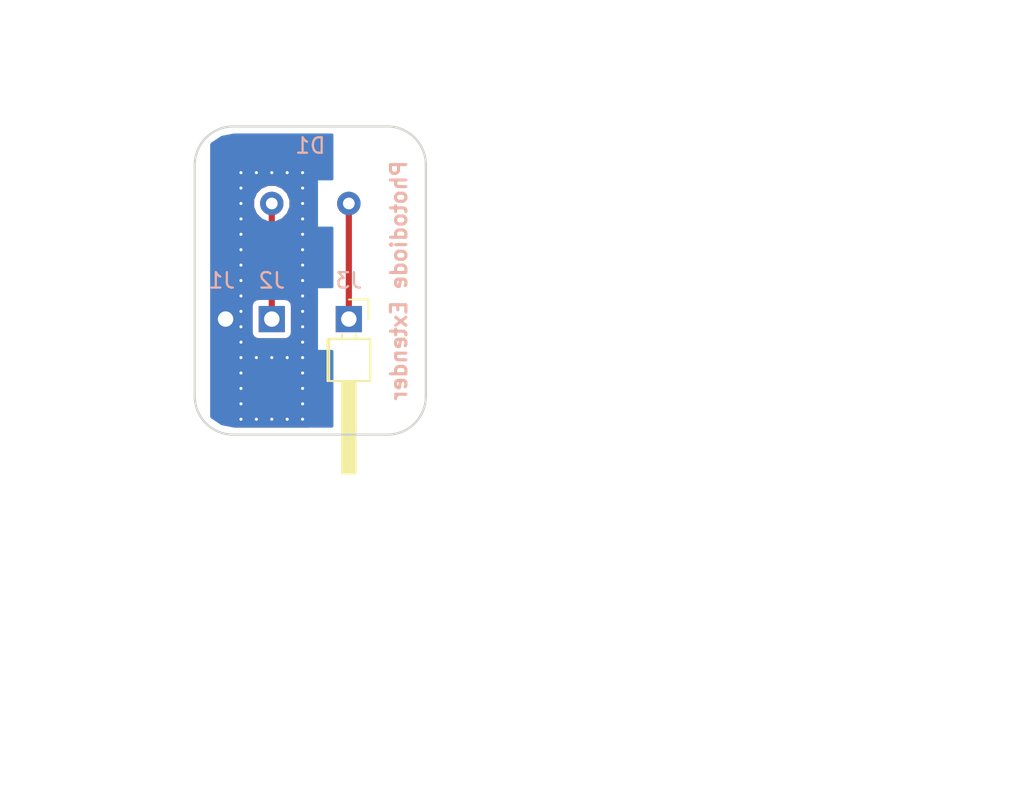
<source format=kicad_pcb>
(kicad_pcb (version 4) (host pcbnew 4.0.6-e0-6349~52~ubuntu17.04.1)

  (general
    (links 45)
    (no_connects 0)
    (area 107.150001 71.8 173.214288 123.175)
    (thickness 1.6)
    (drawings 16)
    (tracks 2)
    (zones 0)
    (modules 47)
    (nets 4)
  )

  (page A4)
  (layers
    (0 F.Cu signal)
    (31 B.Cu signal)
    (32 B.Adhes user)
    (33 F.Adhes user)
    (34 B.Paste user)
    (35 F.Paste user)
    (36 B.SilkS user)
    (37 F.SilkS user)
    (38 B.Mask user)
    (39 F.Mask user)
    (40 Dwgs.User user)
    (41 Cmts.User user)
    (42 Eco1.User user)
    (43 Eco2.User user)
    (44 Edge.Cuts user)
    (45 Margin user)
    (46 B.CrtYd user)
    (47 F.CrtYd user)
    (48 B.Fab user)
    (49 F.Fab user hide)
  )

  (setup
    (last_trace_width 0.25)
    (user_trace_width 0.4)
    (trace_clearance 0.2)
    (zone_clearance 0.381)
    (zone_45_only no)
    (trace_min 0.2)
    (segment_width 0.2)
    (edge_width 0.15)
    (via_size 0.6)
    (via_drill 0.4)
    (via_min_size 0.4)
    (via_min_drill 0.3)
    (uvia_size 0.3)
    (uvia_drill 0.1)
    (uvias_allowed no)
    (uvia_min_size 0.2)
    (uvia_min_drill 0.1)
    (pcb_text_width 0.3)
    (pcb_text_size 1.5 1.5)
    (mod_edge_width 0.15)
    (mod_text_size 1 1)
    (mod_text_width 0.15)
    (pad_size 1.7 1.7)
    (pad_drill 1)
    (pad_to_mask_clearance 0.2)
    (aux_axis_origin 0 0)
    (visible_elements FFFFFF1F)
    (pcbplotparams
      (layerselection 0x010f0_80000001)
      (usegerberextensions false)
      (excludeedgelayer true)
      (linewidth 0.100000)
      (plotframeref false)
      (viasonmask false)
      (mode 1)
      (useauxorigin false)
      (hpglpennumber 1)
      (hpglpenspeed 20)
      (hpglpendiameter 15)
      (hpglpenoverlay 2)
      (psnegative false)
      (psa4output false)
      (plotreference true)
      (plotvalue true)
      (plotinvisibletext false)
      (padsonsilk false)
      (subtractmaskfromsilk false)
      (outputformat 1)
      (mirror false)
      (drillshape 0)
      (scaleselection 1)
      (outputdirectory output/gerber/))
  )

  (net 0 "")
  (net 1 "Net-(D1-Pad1)")
  (net 2 "Net-(D1-Pad2)")
  (net 3 GNDA)

  (net_class Default "This is the default net class."
    (clearance 0.2)
    (trace_width 0.25)
    (via_dia 0.6)
    (via_drill 0.4)
    (uvia_dia 0.3)
    (uvia_drill 0.1)
    (add_net GNDA)
    (add_net "Net-(D1-Pad1)")
    (add_net "Net-(D1-Pad2)")
  )

  (module Vias:Stitchging-Via-0.2-0.4 (layer F.Cu) (tedit 595A3C58) (tstamp 595CF43F)
    (at 126 99)
    (fp_text reference REF** (at 0 1.27) (layer F.SilkS) hide
      (effects (font (size 1 1) (thickness 0.15)))
    )
    (fp_text value Stitching-Via-0.2-0.4 (at 0 -1.27) (layer F.Fab) hide
      (effects (font (size 1 1) (thickness 0.15)))
    )
    (pad ~ thru_hole circle (at 0 0) (size 0.4 0.4) (drill 0.2) (layers *.Cu)
      (net 3 GNDA) (zone_connect 2))
  )

  (module Vias:Stitchging-Via-0.2-0.4 (layer F.Cu) (tedit 595A3C58) (tstamp 595CF43B)
    (at 125 99)
    (fp_text reference REF** (at 0 1.27) (layer F.SilkS) hide
      (effects (font (size 1 1) (thickness 0.15)))
    )
    (fp_text value Stitching-Via-0.2-0.4 (at 0 -1.27) (layer F.Fab) hide
      (effects (font (size 1 1) (thickness 0.15)))
    )
    (pad ~ thru_hole circle (at 0 0) (size 0.4 0.4) (drill 0.2) (layers *.Cu)
      (net 3 GNDA) (zone_connect 2))
  )

  (module Vias:Stitchging-Via-0.2-0.4 (layer F.Cu) (tedit 595A3C58) (tstamp 595CF437)
    (at 124 99)
    (fp_text reference REF** (at 0 1.27) (layer F.SilkS) hide
      (effects (font (size 1 1) (thickness 0.15)))
    )
    (fp_text value Stitching-Via-0.2-0.4 (at 0 -1.27) (layer F.Fab) hide
      (effects (font (size 1 1) (thickness 0.15)))
    )
    (pad ~ thru_hole circle (at 0 0) (size 0.4 0.4) (drill 0.2) (layers *.Cu)
      (net 3 GNDA) (zone_connect 2))
  )

  (module Vias:Stitchging-Via-0.2-0.4 (layer F.Cu) (tedit 595A3C58) (tstamp 595FB920)
    (at 127 96)
    (fp_text reference REF** (at 0 1.27) (layer F.SilkS) hide
      (effects (font (size 1 1) (thickness 0.15)))
    )
    (fp_text value Stitching-Via-0.2-0.4 (at 0 -1.27) (layer F.Fab) hide
      (effects (font (size 1 1) (thickness 0.15)))
    )
    (pad ~ thru_hole circle (at 0 0) (size 0.4 0.4) (drill 0.2) (layers *.Cu)
      (net 3 GNDA) (zone_connect 2))
  )

  (module Vias:Stitchging-Via-0.2-0.4 (layer F.Cu) (tedit 595A3C58) (tstamp 595FB91B)
    (at 127 97)
    (fp_text reference REF** (at 0 1.27) (layer F.SilkS) hide
      (effects (font (size 1 1) (thickness 0.15)))
    )
    (fp_text value Stitching-Via-0.2-0.4 (at 0 -1.27) (layer F.Fab) hide
      (effects (font (size 1 1) (thickness 0.15)))
    )
    (pad ~ thru_hole circle (at 0 0) (size 0.4 0.4) (drill 0.2) (layers *.Cu)
      (net 3 GNDA) (zone_connect 2))
  )

  (module Vias:Stitchging-Via-0.2-0.4 (layer F.Cu) (tedit 595A3C58) (tstamp 595FB916)
    (at 127 98)
    (fp_text reference REF** (at 0 1.27) (layer F.SilkS) hide
      (effects (font (size 1 1) (thickness 0.15)))
    )
    (fp_text value Stitching-Via-0.2-0.4 (at 0 -1.27) (layer F.Fab) hide
      (effects (font (size 1 1) (thickness 0.15)))
    )
    (pad ~ thru_hole circle (at 0 0) (size 0.4 0.4) (drill 0.2) (layers *.Cu)
      (net 3 GNDA) (zone_connect 2))
  )

  (module Vias:Stitchging-Via-0.2-0.4 (layer F.Cu) (tedit 595A3C58) (tstamp 595FB742)
    (at 127 99)
    (fp_text reference REF** (at 0 1.27) (layer F.SilkS) hide
      (effects (font (size 1 1) (thickness 0.15)))
    )
    (fp_text value Stitching-Via-0.2-0.4 (at 0 -1.27) (layer F.Fab) hide
      (effects (font (size 1 1) (thickness 0.15)))
    )
    (pad ~ thru_hole circle (at 0 0) (size 0.4 0.4) (drill 0.2) (layers *.Cu)
      (net 3 GNDA) (zone_connect 2))
  )

  (module Vias:Stitchging-Via-0.2-0.4 (layer F.Cu) (tedit 595A3C58) (tstamp 595FB97F)
    (at 123 85)
    (fp_text reference REF** (at 0 1.27) (layer F.SilkS) hide
      (effects (font (size 1 1) (thickness 0.15)))
    )
    (fp_text value Stitching-Via-0.2-0.4 (at 0 -1.27) (layer F.Fab) hide
      (effects (font (size 1 1) (thickness 0.15)))
    )
    (pad ~ thru_hole circle (at 0 0) (size 0.4 0.4) (drill 0.2) (layers *.Cu)
      (net 3 GNDA) (zone_connect 2))
  )

  (module Vias:Stitchging-Via-0.2-0.4 (layer F.Cu) (tedit 595A3C58) (tstamp 595FB97A)
    (at 123 84)
    (fp_text reference REF** (at 0 1.27) (layer F.SilkS) hide
      (effects (font (size 1 1) (thickness 0.15)))
    )
    (fp_text value Stitching-Via-0.2-0.4 (at 0 -1.27) (layer F.Fab) hide
      (effects (font (size 1 1) (thickness 0.15)))
    )
    (pad ~ thru_hole circle (at 0 0) (size 0.4 0.4) (drill 0.2) (layers *.Cu)
      (net 3 GNDA) (zone_connect 2))
  )

  (module Vias:Stitchging-Via-0.2-0.4 (layer F.Cu) (tedit 595A3C58) (tstamp 595FB975)
    (at 123 83)
    (fp_text reference REF** (at 0 1.27) (layer F.SilkS) hide
      (effects (font (size 1 1) (thickness 0.15)))
    )
    (fp_text value Stitching-Via-0.2-0.4 (at 0 -1.27) (layer F.Fab) hide
      (effects (font (size 1 1) (thickness 0.15)))
    )
    (pad ~ thru_hole circle (at 0 0) (size 0.4 0.4) (drill 0.2) (layers *.Cu)
      (net 3 GNDA) (zone_connect 2))
  )

  (module Vias:Stitchging-Via-0.2-0.4 (layer F.Cu) (tedit 595A3C58) (tstamp 595FB970)
    (at 124 83)
    (fp_text reference REF** (at 0 1.27) (layer F.SilkS) hide
      (effects (font (size 1 1) (thickness 0.15)))
    )
    (fp_text value Stitching-Via-0.2-0.4 (at 0 -1.27) (layer F.Fab) hide
      (effects (font (size 1 1) (thickness 0.15)))
    )
    (pad ~ thru_hole circle (at 0 0) (size 0.4 0.4) (drill 0.2) (layers *.Cu)
      (net 3 GNDA) (zone_connect 2))
  )

  (module Vias:Stitchging-Via-0.2-0.4 (layer F.Cu) (tedit 595A3C58) (tstamp 595FB96B)
    (at 125 83)
    (fp_text reference REF** (at 0 1.27) (layer F.SilkS) hide
      (effects (font (size 1 1) (thickness 0.15)))
    )
    (fp_text value Stitching-Via-0.2-0.4 (at 0 -1.27) (layer F.Fab) hide
      (effects (font (size 1 1) (thickness 0.15)))
    )
    (pad ~ thru_hole circle (at 0 0) (size 0.4 0.4) (drill 0.2) (layers *.Cu)
      (net 3 GNDA) (zone_connect 2))
  )

  (module Vias:Stitchging-Via-0.2-0.4 (layer F.Cu) (tedit 595A3C58) (tstamp 595FB966)
    (at 126 83)
    (fp_text reference REF** (at 0 1.27) (layer F.SilkS) hide
      (effects (font (size 1 1) (thickness 0.15)))
    )
    (fp_text value Stitching-Via-0.2-0.4 (at 0 -1.27) (layer F.Fab) hide
      (effects (font (size 1 1) (thickness 0.15)))
    )
    (pad ~ thru_hole circle (at 0 0) (size 0.4 0.4) (drill 0.2) (layers *.Cu)
      (net 3 GNDA) (zone_connect 2))
  )

  (module Vias:Stitchging-Via-0.2-0.4 (layer F.Cu) (tedit 595A3C58) (tstamp 595FB961)
    (at 127 83)
    (fp_text reference REF** (at 0 1.27) (layer F.SilkS) hide
      (effects (font (size 1 1) (thickness 0.15)))
    )
    (fp_text value Stitching-Via-0.2-0.4 (at 0 -1.27) (layer F.Fab) hide
      (effects (font (size 1 1) (thickness 0.15)))
    )
    (pad ~ thru_hole circle (at 0 0) (size 0.4 0.4) (drill 0.2) (layers *.Cu)
      (net 3 GNDA) (zone_connect 2))
  )

  (module Vias:Stitchging-Via-0.2-0.4 (layer F.Cu) (tedit 595A3C58) (tstamp 595FB95C)
    (at 127 84)
    (fp_text reference REF** (at 0 1.27) (layer F.SilkS) hide
      (effects (font (size 1 1) (thickness 0.15)))
    )
    (fp_text value Stitching-Via-0.2-0.4 (at 0 -1.27) (layer F.Fab) hide
      (effects (font (size 1 1) (thickness 0.15)))
    )
    (pad ~ thru_hole circle (at 0 0) (size 0.4 0.4) (drill 0.2) (layers *.Cu)
      (net 3 GNDA) (zone_connect 2))
  )

  (module Vias:Stitchging-Via-0.2-0.4 (layer F.Cu) (tedit 595A3C58) (tstamp 595FB957)
    (at 127 85)
    (fp_text reference REF** (at 0 1.27) (layer F.SilkS) hide
      (effects (font (size 1 1) (thickness 0.15)))
    )
    (fp_text value Stitching-Via-0.2-0.4 (at 0 -1.27) (layer F.Fab) hide
      (effects (font (size 1 1) (thickness 0.15)))
    )
    (pad ~ thru_hole circle (at 0 0) (size 0.4 0.4) (drill 0.2) (layers *.Cu)
      (net 3 GNDA) (zone_connect 2))
  )

  (module Vias:Stitchging-Via-0.2-0.4 (layer F.Cu) (tedit 595A3C58) (tstamp 595FB952)
    (at 127 86)
    (fp_text reference REF** (at 0 1.27) (layer F.SilkS) hide
      (effects (font (size 1 1) (thickness 0.15)))
    )
    (fp_text value Stitching-Via-0.2-0.4 (at 0 -1.27) (layer F.Fab) hide
      (effects (font (size 1 1) (thickness 0.15)))
    )
    (pad ~ thru_hole circle (at 0 0) (size 0.4 0.4) (drill 0.2) (layers *.Cu)
      (net 3 GNDA) (zone_connect 2))
  )

  (module Vias:Stitchging-Via-0.2-0.4 (layer F.Cu) (tedit 595A3C58) (tstamp 595FB94D)
    (at 127 87)
    (fp_text reference REF** (at 0 1.27) (layer F.SilkS) hide
      (effects (font (size 1 1) (thickness 0.15)))
    )
    (fp_text value Stitching-Via-0.2-0.4 (at 0 -1.27) (layer F.Fab) hide
      (effects (font (size 1 1) (thickness 0.15)))
    )
    (pad ~ thru_hole circle (at 0 0) (size 0.4 0.4) (drill 0.2) (layers *.Cu)
      (net 3 GNDA) (zone_connect 2))
  )

  (module Vias:Stitchging-Via-0.2-0.4 (layer F.Cu) (tedit 595A3C58) (tstamp 595FB948)
    (at 127 88)
    (fp_text reference REF** (at 0 1.27) (layer F.SilkS) hide
      (effects (font (size 1 1) (thickness 0.15)))
    )
    (fp_text value Stitching-Via-0.2-0.4 (at 0 -1.27) (layer F.Fab) hide
      (effects (font (size 1 1) (thickness 0.15)))
    )
    (pad ~ thru_hole circle (at 0 0) (size 0.4 0.4) (drill 0.2) (layers *.Cu)
      (net 3 GNDA) (zone_connect 2))
  )

  (module Vias:Stitchging-Via-0.2-0.4 (layer F.Cu) (tedit 595A3C58) (tstamp 595FB943)
    (at 127 89)
    (fp_text reference REF** (at 0 1.27) (layer F.SilkS) hide
      (effects (font (size 1 1) (thickness 0.15)))
    )
    (fp_text value Stitching-Via-0.2-0.4 (at 0 -1.27) (layer F.Fab) hide
      (effects (font (size 1 1) (thickness 0.15)))
    )
    (pad ~ thru_hole circle (at 0 0) (size 0.4 0.4) (drill 0.2) (layers *.Cu)
      (net 3 GNDA) (zone_connect 2))
  )

  (module Vias:Stitchging-Via-0.2-0.4 (layer F.Cu) (tedit 595A3C58) (tstamp 595FB93E)
    (at 127 90)
    (fp_text reference REF** (at 0 1.27) (layer F.SilkS) hide
      (effects (font (size 1 1) (thickness 0.15)))
    )
    (fp_text value Stitching-Via-0.2-0.4 (at 0 -1.27) (layer F.Fab) hide
      (effects (font (size 1 1) (thickness 0.15)))
    )
    (pad ~ thru_hole circle (at 0 0) (size 0.4 0.4) (drill 0.2) (layers *.Cu)
      (net 3 GNDA) (zone_connect 2))
  )

  (module Vias:Stitchging-Via-0.2-0.4 (layer F.Cu) (tedit 595A3C58) (tstamp 595FB939)
    (at 127 91)
    (fp_text reference REF** (at 0 1.27) (layer F.SilkS) hide
      (effects (font (size 1 1) (thickness 0.15)))
    )
    (fp_text value Stitching-Via-0.2-0.4 (at 0 -1.27) (layer F.Fab) hide
      (effects (font (size 1 1) (thickness 0.15)))
    )
    (pad ~ thru_hole circle (at 0 0) (size 0.4 0.4) (drill 0.2) (layers *.Cu)
      (net 3 GNDA) (zone_connect 2))
  )

  (module Vias:Stitchging-Via-0.2-0.4 (layer F.Cu) (tedit 595A3C58) (tstamp 595FB934)
    (at 127 92)
    (fp_text reference REF** (at 0 1.27) (layer F.SilkS) hide
      (effects (font (size 1 1) (thickness 0.15)))
    )
    (fp_text value Stitching-Via-0.2-0.4 (at 0 -1.27) (layer F.Fab) hide
      (effects (font (size 1 1) (thickness 0.15)))
    )
    (pad ~ thru_hole circle (at 0 0) (size 0.4 0.4) (drill 0.2) (layers *.Cu)
      (net 3 GNDA) (zone_connect 2))
  )

  (module Vias:Stitchging-Via-0.2-0.4 (layer F.Cu) (tedit 595A3C58) (tstamp 595FB92F)
    (at 127 93)
    (fp_text reference REF** (at 0 1.27) (layer F.SilkS) hide
      (effects (font (size 1 1) (thickness 0.15)))
    )
    (fp_text value Stitching-Via-0.2-0.4 (at 0 -1.27) (layer F.Fab) hide
      (effects (font (size 1 1) (thickness 0.15)))
    )
    (pad ~ thru_hole circle (at 0 0) (size 0.4 0.4) (drill 0.2) (layers *.Cu)
      (net 3 GNDA) (zone_connect 2))
  )

  (module Vias:Stitchging-Via-0.2-0.4 (layer F.Cu) (tedit 595A3C58) (tstamp 595FB92A)
    (at 127 94)
    (fp_text reference REF** (at 0 1.27) (layer F.SilkS) hide
      (effects (font (size 1 1) (thickness 0.15)))
    )
    (fp_text value Stitching-Via-0.2-0.4 (at 0 -1.27) (layer F.Fab) hide
      (effects (font (size 1 1) (thickness 0.15)))
    )
    (pad ~ thru_hole circle (at 0 0) (size 0.4 0.4) (drill 0.2) (layers *.Cu)
      (net 3 GNDA) (zone_connect 2))
  )

  (module Vias:Stitchging-Via-0.2-0.4 (layer F.Cu) (tedit 595A3C58) (tstamp 595FB925)
    (at 127 95)
    (fp_text reference REF** (at 0 1.27) (layer F.SilkS) hide
      (effects (font (size 1 1) (thickness 0.15)))
    )
    (fp_text value Stitching-Via-0.2-0.4 (at 0 -1.27) (layer F.Fab) hide
      (effects (font (size 1 1) (thickness 0.15)))
    )
    (pad ~ thru_hole circle (at 0 0) (size 0.4 0.4) (drill 0.2) (layers *.Cu)
      (net 3 GNDA) (zone_connect 2))
  )

  (module Vias:Stitchging-Via-0.2-0.4 (layer F.Cu) (tedit 595A3C58) (tstamp 595FB90F)
    (at 123 86)
    (fp_text reference REF** (at 0 1.27) (layer F.SilkS) hide
      (effects (font (size 1 1) (thickness 0.15)))
    )
    (fp_text value Stitching-Via-0.2-0.4 (at 0 -1.27) (layer F.Fab) hide
      (effects (font (size 1 1) (thickness 0.15)))
    )
    (pad ~ thru_hole circle (at 0 0) (size 0.4 0.4) (drill 0.2) (layers *.Cu)
      (net 3 GNDA) (zone_connect 2))
  )

  (module Vias:Stitchging-Via-0.2-0.4 (layer F.Cu) (tedit 595A3C58) (tstamp 595FB90A)
    (at 123 87)
    (fp_text reference REF** (at 0 1.27) (layer F.SilkS) hide
      (effects (font (size 1 1) (thickness 0.15)))
    )
    (fp_text value Stitching-Via-0.2-0.4 (at 0 -1.27) (layer F.Fab) hide
      (effects (font (size 1 1) (thickness 0.15)))
    )
    (pad ~ thru_hole circle (at 0 0) (size 0.4 0.4) (drill 0.2) (layers *.Cu)
      (net 3 GNDA) (zone_connect 2))
  )

  (module Vias:Stitchging-Via-0.2-0.4 (layer F.Cu) (tedit 595A3C58) (tstamp 595FB900)
    (at 123 88)
    (fp_text reference REF** (at 0 1.27) (layer F.SilkS) hide
      (effects (font (size 1 1) (thickness 0.15)))
    )
    (fp_text value Stitching-Via-0.2-0.4 (at 0 -1.27) (layer F.Fab) hide
      (effects (font (size 1 1) (thickness 0.15)))
    )
    (pad ~ thru_hole circle (at 0 0) (size 0.4 0.4) (drill 0.2) (layers *.Cu)
      (net 3 GNDA) (zone_connect 2))
  )

  (module Vias:Stitchging-Via-0.2-0.4 (layer F.Cu) (tedit 595A3C58) (tstamp 595FB8FA)
    (at 123 89)
    (fp_text reference REF** (at 0 1.27) (layer F.SilkS) hide
      (effects (font (size 1 1) (thickness 0.15)))
    )
    (fp_text value Stitching-Via-0.2-0.4 (at 0 -1.27) (layer F.Fab) hide
      (effects (font (size 1 1) (thickness 0.15)))
    )
    (pad ~ thru_hole circle (at 0 0) (size 0.4 0.4) (drill 0.2) (layers *.Cu)
      (net 3 GNDA) (zone_connect 2))
  )

  (module Vias:Stitchging-Via-0.2-0.4 (layer F.Cu) (tedit 595A3C58) (tstamp 595FB8F3)
    (at 123 90)
    (fp_text reference REF** (at 0 1.27) (layer F.SilkS) hide
      (effects (font (size 1 1) (thickness 0.15)))
    )
    (fp_text value Stitching-Via-0.2-0.4 (at 0 -1.27) (layer F.Fab) hide
      (effects (font (size 1 1) (thickness 0.15)))
    )
    (pad ~ thru_hole circle (at 0 0) (size 0.4 0.4) (drill 0.2) (layers *.Cu)
      (net 3 GNDA) (zone_connect 2))
  )

  (module Vias:Stitchging-Via-0.2-0.4 (layer F.Cu) (tedit 595A3C58) (tstamp 595FB8ED)
    (at 123 91)
    (fp_text reference REF** (at 0 1.27) (layer F.SilkS) hide
      (effects (font (size 1 1) (thickness 0.15)))
    )
    (fp_text value Stitching-Via-0.2-0.4 (at 0 -1.27) (layer F.Fab) hide
      (effects (font (size 1 1) (thickness 0.15)))
    )
    (pad ~ thru_hole circle (at 0 0) (size 0.4 0.4) (drill 0.2) (layers *.Cu)
      (net 3 GNDA) (zone_connect 2))
  )

  (module Vias:Stitchging-Via-0.2-0.4 (layer F.Cu) (tedit 595A3C58) (tstamp 595FB8E8)
    (at 123 92)
    (fp_text reference REF** (at 0 1.27) (layer F.SilkS) hide
      (effects (font (size 1 1) (thickness 0.15)))
    )
    (fp_text value Stitching-Via-0.2-0.4 (at 0 -1.27) (layer F.Fab) hide
      (effects (font (size 1 1) (thickness 0.15)))
    )
    (pad ~ thru_hole circle (at 0 0) (size 0.4 0.4) (drill 0.2) (layers *.Cu)
      (net 3 GNDA) (zone_connect 2))
  )

  (module Vias:Stitchging-Via-0.2-0.4 (layer F.Cu) (tedit 595A3C58) (tstamp 595FB8E3)
    (at 123 93)
    (fp_text reference REF** (at 0 1.27) (layer F.SilkS) hide
      (effects (font (size 1 1) (thickness 0.15)))
    )
    (fp_text value Stitching-Via-0.2-0.4 (at 0 -1.27) (layer F.Fab) hide
      (effects (font (size 1 1) (thickness 0.15)))
    )
    (pad ~ thru_hole circle (at 0 0) (size 0.4 0.4) (drill 0.2) (layers *.Cu)
      (net 3 GNDA) (zone_connect 2))
  )

  (module Vias:Stitchging-Via-0.2-0.4 (layer F.Cu) (tedit 595A3C58) (tstamp 595FB8DE)
    (at 123 94)
    (fp_text reference REF** (at 0 1.27) (layer F.SilkS) hide
      (effects (font (size 1 1) (thickness 0.15)))
    )
    (fp_text value Stitching-Via-0.2-0.4 (at 0 -1.27) (layer F.Fab) hide
      (effects (font (size 1 1) (thickness 0.15)))
    )
    (pad ~ thru_hole circle (at 0 0) (size 0.4 0.4) (drill 0.2) (layers *.Cu)
      (net 3 GNDA) (zone_connect 2))
  )

  (module Vias:Stitchging-Via-0.2-0.4 (layer F.Cu) (tedit 595A3C58) (tstamp 595FB8D9)
    (at 123 95)
    (fp_text reference REF** (at 0 1.27) (layer F.SilkS) hide
      (effects (font (size 1 1) (thickness 0.15)))
    )
    (fp_text value Stitching-Via-0.2-0.4 (at 0 -1.27) (layer F.Fab) hide
      (effects (font (size 1 1) (thickness 0.15)))
    )
    (pad ~ thru_hole circle (at 0 0) (size 0.4 0.4) (drill 0.2) (layers *.Cu)
      (net 3 GNDA) (zone_connect 2))
  )

  (module Vias:Stitchging-Via-0.2-0.4 (layer F.Cu) (tedit 595A3C58) (tstamp 595FB8D4)
    (at 123 96)
    (fp_text reference REF** (at 0 1.27) (layer F.SilkS) hide
      (effects (font (size 1 1) (thickness 0.15)))
    )
    (fp_text value Stitching-Via-0.2-0.4 (at 0 -1.27) (layer F.Fab) hide
      (effects (font (size 1 1) (thickness 0.15)))
    )
    (pad ~ thru_hole circle (at 0 0) (size 0.4 0.4) (drill 0.2) (layers *.Cu)
      (net 3 GNDA) (zone_connect 2))
  )

  (module Vias:Stitchging-Via-0.2-0.4 (layer F.Cu) (tedit 595A3C58) (tstamp 595FB8CF)
    (at 123 97)
    (fp_text reference REF** (at 0 1.27) (layer F.SilkS) hide
      (effects (font (size 1 1) (thickness 0.15)))
    )
    (fp_text value Stitching-Via-0.2-0.4 (at 0 -1.27) (layer F.Fab) hide
      (effects (font (size 1 1) (thickness 0.15)))
    )
    (pad ~ thru_hole circle (at 0 0) (size 0.4 0.4) (drill 0.2) (layers *.Cu)
      (net 3 GNDA) (zone_connect 2))
  )

  (module Vias:Stitchging-Via-0.2-0.4 (layer F.Cu) (tedit 595A3C58) (tstamp 595FB8C9)
    (at 123 98)
    (fp_text reference REF** (at 0 1.27) (layer F.SilkS) hide
      (effects (font (size 1 1) (thickness 0.15)))
    )
    (fp_text value Stitching-Via-0.2-0.4 (at 0 -1.27) (layer F.Fab) hide
      (effects (font (size 1 1) (thickness 0.15)))
    )
    (pad ~ thru_hole circle (at 0 0) (size 0.4 0.4) (drill 0.2) (layers *.Cu)
      (net 3 GNDA) (zone_connect 2))
  )

  (module Vias:Stitchging-Via-0.2-0.4 (layer F.Cu) (tedit 595A3C58) (tstamp 595FB8C4)
    (at 123 99)
    (fp_text reference REF** (at 0 1.27) (layer F.SilkS) hide
      (effects (font (size 1 1) (thickness 0.15)))
    )
    (fp_text value Stitching-Via-0.2-0.4 (at 0 -1.27) (layer F.Fab) hide
      (effects (font (size 1 1) (thickness 0.15)))
    )
    (pad ~ thru_hole circle (at 0 0) (size 0.4 0.4) (drill 0.2) (layers *.Cu)
      (net 3 GNDA) (zone_connect 2))
  )

  (module Vias:Stitchging-Via-0.2-0.4 (layer F.Cu) (tedit 595A3C58) (tstamp 595FB8BF)
    (at 124 95)
    (fp_text reference REF** (at 0 1.27) (layer F.SilkS) hide
      (effects (font (size 1 1) (thickness 0.15)))
    )
    (fp_text value Stitching-Via-0.2-0.4 (at 0 -1.27) (layer F.Fab) hide
      (effects (font (size 1 1) (thickness 0.15)))
    )
    (pad ~ thru_hole circle (at 0 0) (size 0.4 0.4) (drill 0.2) (layers *.Cu)
      (net 3 GNDA) (zone_connect 2))
  )

  (module Vias:Stitchging-Via-0.2-0.4 (layer F.Cu) (tedit 595A3C58) (tstamp 595FB8BA)
    (at 125 95)
    (fp_text reference REF** (at 0 1.27) (layer F.SilkS) hide
      (effects (font (size 1 1) (thickness 0.15)))
    )
    (fp_text value Stitching-Via-0.2-0.4 (at 0 -1.27) (layer F.Fab) hide
      (effects (font (size 1 1) (thickness 0.15)))
    )
    (pad ~ thru_hole circle (at 0 0) (size 0.4 0.4) (drill 0.2) (layers *.Cu)
      (net 3 GNDA) (zone_connect 2))
  )

  (module Vias:Stitchging-Via-0.2-0.4 (layer F.Cu) (tedit 595A3C58) (tstamp 595FB75A)
    (at 126 95)
    (fp_text reference REF** (at 0 1.27) (layer F.SilkS) hide
      (effects (font (size 1 1) (thickness 0.15)))
    )
    (fp_text value Stitching-Via-0.2-0.4 (at 0 -1.27) (layer F.Fab) hide
      (effects (font (size 1 1) (thickness 0.15)))
    )
    (pad ~ thru_hole circle (at 0 0) (size 0.4 0.4) (drill 0.2) (layers *.Cu)
      (net 3 GNDA) (zone_connect 2))
  )

  (module Pin_Headers:Pin_Header_Angled_1x01_Pitch2.54mm (layer F.Cu) (tedit 595CD1C9) (tstamp 595FB4D2)
    (at 130 92.5 270)
    (descr "Through hole angled pin header, 1x01, 2.54mm pitch, 6mm pin length, single row")
    (tags "Through hole angled pin header THT 1x01 2.54mm single row")
    (path /595A4B36)
    (fp_text reference J3 (at -2.5 0 360) (layer B.SilkS)
      (effects (font (size 1 1) (thickness 0.15)) (justify mirror))
    )
    (fp_text value CONN_01X01 (at 4.315 2.27 270) (layer F.Fab)
      (effects (font (size 1 1) (thickness 0.15)))
    )
    (fp_line (start 1.4 -1.27) (end 1.4 1.27) (layer F.Fab) (width 0.1))
    (fp_line (start 1.4 1.27) (end 3.9 1.27) (layer F.Fab) (width 0.1))
    (fp_line (start 3.9 1.27) (end 3.9 -1.27) (layer F.Fab) (width 0.1))
    (fp_line (start 3.9 -1.27) (end 1.4 -1.27) (layer F.Fab) (width 0.1))
    (fp_line (start 0 -0.32) (end 0 0.32) (layer F.Fab) (width 0.1))
    (fp_line (start 0 0.32) (end 9.9 0.32) (layer F.Fab) (width 0.1))
    (fp_line (start 9.9 0.32) (end 9.9 -0.32) (layer F.Fab) (width 0.1))
    (fp_line (start 9.9 -0.32) (end 0 -0.32) (layer F.Fab) (width 0.1))
    (fp_line (start 1.28 -1.39) (end 1.28 1.39) (layer F.SilkS) (width 0.12))
    (fp_line (start 1.28 1.39) (end 4.02 1.39) (layer F.SilkS) (width 0.12))
    (fp_line (start 4.02 1.39) (end 4.02 -1.39) (layer F.SilkS) (width 0.12))
    (fp_line (start 4.02 -1.39) (end 1.28 -1.39) (layer F.SilkS) (width 0.12))
    (fp_line (start 1.28 -1.39) (end 1.28 1.27) (layer F.SilkS) (width 0.12))
    (fp_line (start 1.28 1.27) (end 4.02 1.27) (layer F.SilkS) (width 0.12))
    (fp_line (start 4.02 1.27) (end 4.02 -1.39) (layer F.SilkS) (width 0.12))
    (fp_line (start 4.02 -1.39) (end 1.28 -1.39) (layer F.SilkS) (width 0.12))
    (fp_line (start 4.02 -0.44) (end 4.02 0.44) (layer F.SilkS) (width 0.12))
    (fp_line (start 4.02 0.44) (end 10.02 0.44) (layer F.SilkS) (width 0.12))
    (fp_line (start 10.02 0.44) (end 10.02 -0.44) (layer F.SilkS) (width 0.12))
    (fp_line (start 10.02 -0.44) (end 4.02 -0.44) (layer F.SilkS) (width 0.12))
    (fp_line (start 0.97 -0.44) (end 1.28 -0.44) (layer F.SilkS) (width 0.12))
    (fp_line (start 0.97 0.44) (end 1.28 0.44) (layer F.SilkS) (width 0.12))
    (fp_line (start 4.02 -0.32) (end 10.02 -0.32) (layer F.SilkS) (width 0.12))
    (fp_line (start 4.02 -0.2) (end 10.02 -0.2) (layer F.SilkS) (width 0.12))
    (fp_line (start 4.02 -0.08) (end 10.02 -0.08) (layer F.SilkS) (width 0.12))
    (fp_line (start 4.02 0.04) (end 10.02 0.04) (layer F.SilkS) (width 0.12))
    (fp_line (start 4.02 0.16) (end 10.02 0.16) (layer F.SilkS) (width 0.12))
    (fp_line (start 4.02 0.28) (end 10.02 0.28) (layer F.SilkS) (width 0.12))
    (fp_line (start 4.02 0.4) (end 10.02 0.4) (layer F.SilkS) (width 0.12))
    (fp_line (start -1.27 0) (end -1.27 -1.27) (layer F.SilkS) (width 0.12))
    (fp_line (start -1.27 -1.27) (end 0 -1.27) (layer F.SilkS) (width 0.12))
    (fp_line (start -1.6 -1.6) (end -1.6 1.6) (layer F.CrtYd) (width 0.05))
    (fp_line (start -1.6 1.6) (end 10.2 1.6) (layer F.CrtYd) (width 0.05))
    (fp_line (start 10.2 1.6) (end 10.2 -1.6) (layer F.CrtYd) (width 0.05))
    (fp_line (start 10.2 -1.6) (end -1.6 -1.6) (layer F.CrtYd) (width 0.05))
    (pad 1 thru_hole rect (at 0 0 270) (size 1.7 1.7) (drill 1) (layers *.Cu *.Mask)
      (net 2 "Net-(D1-Pad2)"))
    (model Pin_Headers.3dshapes/Pin_Header_Angled_1x01_Pitch2.54mm.wrl
      (at (xyz 0 0 0))
      (scale (xyz 1 1 1))
      (rotate (xyz 0 0 90))
    )
  )

  (module Photodiodes:BPW34FA_w_Silks (layer F.Cu) (tedit 595CD1AC) (tstamp 595B59D8)
    (at 127.5 85)
    (path /595A4990)
    (fp_text reference D1 (at 0 -3.75) (layer B.SilkS)
      (effects (font (size 1 1) (thickness 0.15)) (justify mirror))
    )
    (fp_text value D_Photo (at 0 -3.81) (layer F.Fab)
      (effects (font (size 1 1) (thickness 0.15)))
    )
    (pad 1 thru_hole circle (at -2.5 0) (size 1.524 1.524) (drill 0.762) (layers *.Cu *.Mask)
      (net 1 "Net-(D1-Pad1)"))
    (pad 2 thru_hole circle (at 2.5 0) (size 1.524 1.524) (drill 0.762) (layers *.Cu *.Mask)
      (net 2 "Net-(D1-Pad2)"))
  )

  (module WithoutSilkscreen:Pin_Header_Angled_1x01_Pitch2.54mm_W_Silkscreen (layer F.Cu) (tedit 595CD184) (tstamp 595B8012)
    (at 122 92.5 270)
    (descr "Through hole angled pin header, 1x01, 2.54mm pitch, 6mm pin length, single row")
    (tags "Through hole angled pin header THT 1x01 2.54mm single row")
    (path /595A4E84)
    (fp_text reference J1 (at -2.5 0.25 360) (layer B.SilkS)
      (effects (font (size 1 1) (thickness 0.15)) (justify mirror))
    )
    (fp_text value CONN_01X01 (at 4.315 2.27 270) (layer F.Fab)
      (effects (font (size 1 1) (thickness 0.15)))
    )
    (fp_line (start 1.4 -1.27) (end 1.4 1.27) (layer F.Fab) (width 0.1))
    (fp_line (start 1.4 1.27) (end 3.9 1.27) (layer F.Fab) (width 0.1))
    (fp_line (start 3.9 1.27) (end 3.9 -1.27) (layer F.Fab) (width 0.1))
    (fp_line (start 3.9 -1.27) (end 1.4 -1.27) (layer F.Fab) (width 0.1))
    (fp_line (start 0 -0.32) (end 0 0.32) (layer F.Fab) (width 0.1))
    (fp_line (start 0 0.32) (end 9.9 0.32) (layer F.Fab) (width 0.1))
    (fp_line (start 9.9 0.32) (end 9.9 -0.32) (layer F.Fab) (width 0.1))
    (fp_line (start 9.9 -0.32) (end 0 -0.32) (layer F.Fab) (width 0.1))
    (fp_line (start -1.6 -1.6) (end -1.6 1.6) (layer F.CrtYd) (width 0.05))
    (fp_line (start -1.6 1.6) (end 10.2 1.6) (layer F.CrtYd) (width 0.05))
    (fp_line (start 10.2 1.6) (end 10.2 -1.6) (layer F.CrtYd) (width 0.05))
    (fp_line (start 10.2 -1.6) (end -1.6 -1.6) (layer F.CrtYd) (width 0.05))
    (pad 1 thru_hole rect (at 0 0 270) (size 1.7 1.7) (drill 1) (layers *.Cu *.Mask)
      (net 3 GNDA))
    (model Pin_Headers.3dshapes/Pin_Header_Angled_1x01_Pitch2.54mm.wrl
      (at (xyz 0 0 0))
      (scale (xyz 1 1 1))
      (rotate (xyz 0 0 90))
    )
  )

  (module WithoutSilkscreen:Pin_Header_Angled_1x01_Pitch2.54mm_W_Silkscreen (layer F.Cu) (tedit 595CD1BC) (tstamp 595B8023)
    (at 125 92.5 270)
    (descr "Through hole angled pin header, 1x01, 2.54mm pitch, 6mm pin length, single row")
    (tags "Through hole angled pin header THT 1x01 2.54mm single row")
    (path /595A4E1F)
    (fp_text reference J2 (at -2.5 0 360) (layer B.SilkS)
      (effects (font (size 1 1) (thickness 0.15)) (justify mirror))
    )
    (fp_text value CONN_01X01 (at 4.315 2.27 270) (layer F.Fab)
      (effects (font (size 1 1) (thickness 0.15)))
    )
    (fp_line (start 1.4 -1.27) (end 1.4 1.27) (layer F.Fab) (width 0.1))
    (fp_line (start 1.4 1.27) (end 3.9 1.27) (layer F.Fab) (width 0.1))
    (fp_line (start 3.9 1.27) (end 3.9 -1.27) (layer F.Fab) (width 0.1))
    (fp_line (start 3.9 -1.27) (end 1.4 -1.27) (layer F.Fab) (width 0.1))
    (fp_line (start 0 -0.32) (end 0 0.32) (layer F.Fab) (width 0.1))
    (fp_line (start 0 0.32) (end 9.9 0.32) (layer F.Fab) (width 0.1))
    (fp_line (start 9.9 0.32) (end 9.9 -0.32) (layer F.Fab) (width 0.1))
    (fp_line (start 9.9 -0.32) (end 0 -0.32) (layer F.Fab) (width 0.1))
    (fp_line (start -1.6 -1.6) (end -1.6 1.6) (layer F.CrtYd) (width 0.05))
    (fp_line (start -1.6 1.6) (end 10.2 1.6) (layer F.CrtYd) (width 0.05))
    (fp_line (start 10.2 1.6) (end 10.2 -1.6) (layer F.CrtYd) (width 0.05))
    (fp_line (start 10.2 -1.6) (end -1.6 -1.6) (layer F.CrtYd) (width 0.05))
    (pad 1 thru_hole rect (at 0 0 270) (size 1.7 1.7) (drill 1) (layers *.Cu *.Mask)
      (net 1 "Net-(D1-Pad1)"))
    (model Pin_Headers.3dshapes/Pin_Header_Angled_1x01_Pitch2.54mm.wrl
      (at (xyz 0 0 0))
      (scale (xyz 1 1 1))
      (rotate (xyz 0 0 90))
    )
  )

  (dimension 5 (width 0.3) (layer Dwgs.User)
    (gr_text "5,0 mm" (at 128 110) (layer Dwgs.User)
      (effects (font (size 1.5 1.5) (thickness 0.3)))
    )
    (feature1 (pts (xy 130 102) (xy 130 108.7)))
    (feature2 (pts (xy 125 102) (xy 125 108.7)))
    (crossbar (pts (xy 125 106) (xy 130 106)))
    (arrow1a (pts (xy 130 106) (xy 128.873496 106.586421)))
    (arrow1b (pts (xy 130 106) (xy 128.873496 105.413579)))
    (arrow2a (pts (xy 125 106) (xy 126.126504 106.586421)))
    (arrow2b (pts (xy 125 106) (xy 126.126504 105.413579)))
  )
  (dimension 3 (width 0.3) (layer Dwgs.User)
    (gr_text "3,0 mm" (at 127 76.25) (layer Dwgs.User)
      (effects (font (size 1.5 1.5) (thickness 0.3)))
    )
    (feature1 (pts (xy 125 92.5) (xy 125 77.05)))
    (feature2 (pts (xy 122 92.5) (xy 122 77.05)))
    (crossbar (pts (xy 122 79.75) (xy 125 79.75)))
    (arrow1a (pts (xy 125 79.75) (xy 123.873496 80.336421)))
    (arrow1b (pts (xy 125 79.75) (xy 123.873496 79.163579)))
    (arrow2a (pts (xy 122 79.75) (xy 123.126504 80.336421)))
    (arrow2b (pts (xy 122 79.75) (xy 123.126504 79.163579)))
  )
  (gr_text "Photodiode Extender" (at 133.25 90 90) (layer B.SilkS)
    (effects (font (size 1 1) (thickness 0.2)) (justify mirror))
  )
  (gr_text "5.84 + 2.54 + 1.52 = 9.9\n9.9  - 7.5 = 2.4\n2.4 - 1.6 = 0.8  \nThis is the length the headers will stand out with." (at 115 118) (layer Dwgs.User)
    (effects (font (size 1.5 1.5) (thickness 0.3)) (justify left))
  )
  (dimension 7.5 (width 0.3) (layer Dwgs.User)
    (gr_text "7,5 mm" (at 116.5 92 90) (layer Dwgs.User)
      (effects (font (size 1.5 1.5) (thickness 0.3)))
    )
    (feature1 (pts (xy 122 92.5) (xy 116.3 92.5)))
    (feature2 (pts (xy 122 100) (xy 116.3 100)))
    (crossbar (pts (xy 119 100) (xy 119 92.5)))
    (arrow1a (pts (xy 119 92.5) (xy 119.586421 93.626504)))
    (arrow1b (pts (xy 119 92.5) (xy 118.413579 93.626504)))
    (arrow2a (pts (xy 119 100) (xy 119.586421 98.873496)))
    (arrow2b (pts (xy 119 100) (xy 118.413579 98.873496)))
  )
  (gr_line (start 122.5 100) (end 132.5 100) (angle 90) (layer Edge.Cuts) (width 0.15))
  (gr_line (start 120 82.5) (end 120 97.5) (angle 90) (layer Edge.Cuts) (width 0.15))
  (gr_line (start 132.5 80) (end 122.5 80) (angle 90) (layer Edge.Cuts) (width 0.15))
  (gr_line (start 135 82.5) (end 135 97.5) (angle 90) (layer Edge.Cuts) (width 0.15))
  (gr_arc (start 122.5 97.5) (end 122.5 100) (angle 90) (layer Edge.Cuts) (width 0.15))
  (gr_arc (start 132.5 97.5) (end 135 97.5) (angle 90) (layer Edge.Cuts) (width 0.15))
  (gr_arc (start 122.5 82.5) (end 120 82.5) (angle 90) (layer Edge.Cuts) (width 0.15))
  (gr_arc (start 132.5 82.5) (end 132.5 80) (angle 90) (layer Edge.Cuts) (width 0.15))
  (dimension 15 (width 0.3) (layer Dwgs.User)
    (gr_text "15,000 mm" (at 113.65 92.5 270) (layer Dwgs.User)
      (effects (font (size 1.5 1.5) (thickness 0.3)))
    )
    (feature1 (pts (xy 130 100) (xy 112.3 100)))
    (feature2 (pts (xy 130 85) (xy 112.3 85)))
    (crossbar (pts (xy 115 85) (xy 115 100)))
    (arrow1a (pts (xy 115 100) (xy 114.413579 98.873496)))
    (arrow1b (pts (xy 115 100) (xy 115.586421 98.873496)))
    (arrow2a (pts (xy 115 85) (xy 114.413579 86.126504)))
    (arrow2b (pts (xy 115 85) (xy 115.586421 86.126504)))
  )
  (dimension 15 (width 0.3) (layer Dwgs.User)
    (gr_text "15,000 mm" (at 128 73) (layer Dwgs.User)
      (effects (font (size 1.5 1.5) (thickness 0.3)))
    )
    (feature1 (pts (xy 135 80) (xy 135 75)))
    (feature2 (pts (xy 120 80) (xy 120 75)))
    (crossbar (pts (xy 120 75) (xy 135 75)))
    (arrow1a (pts (xy 135 75) (xy 133.873496 75.586421)))
    (arrow1b (pts (xy 135 75) (xy 133.873496 74.413579)))
    (arrow2a (pts (xy 120 75) (xy 121.126504 75.586421)))
    (arrow2b (pts (xy 120 75) (xy 121.126504 74.413579)))
  )
  (dimension 20 (width 0.3) (layer Dwgs.User)
    (gr_text "20,000 mm" (at 146.35 90 270) (layer Dwgs.User)
      (effects (font (size 1.5 1.5) (thickness 0.3)))
    )
    (feature1 (pts (xy 135 100) (xy 147.7 100)))
    (feature2 (pts (xy 135 80) (xy 147.7 80)))
    (crossbar (pts (xy 145 80) (xy 145 100)))
    (arrow1a (pts (xy 145 100) (xy 144.413579 98.873496)))
    (arrow1b (pts (xy 145 100) (xy 145.586421 98.873496)))
    (arrow2a (pts (xy 145 80) (xy 144.413579 81.126504)))
    (arrow2b (pts (xy 145 80) (xy 145.586421 81.126504)))
  )

  (segment (start 125 85) (end 125 92.5) (width 0.4) (layer F.Cu) (net 1))
  (segment (start 130 85) (end 130 92.5) (width 0.4) (layer F.Cu) (net 2))

  (zone (net 3) (net_name GNDA) (layer F.Cu) (tstamp 595FB6E5) (hatch edge 0.508)
    (connect_pads yes (clearance 0.381))
    (min_thickness 0.2)
    (fill yes (arc_segments 16) (thermal_gap 0.2) (thermal_bridge_width 0.5))
    (polygon
      (pts
        (xy 122.5 82.5) (xy 127.5 82.5) (xy 127.5 100) (xy 122.5 100) (xy 122.5 91)
      )
    )
    (filled_polygon
      (pts
        (xy 127.4 99.444) (xy 122.6 99.444) (xy 122.6 91.65) (xy 123.659577 91.65) (xy 123.659577 93.35)
        (xy 123.693117 93.528248) (xy 123.798461 93.691958) (xy 123.959198 93.801785) (xy 124.15 93.840423) (xy 125.85 93.840423)
        (xy 126.028248 93.806883) (xy 126.191958 93.701539) (xy 126.301785 93.540802) (xy 126.340423 93.35) (xy 126.340423 91.65)
        (xy 126.306883 91.471752) (xy 126.201539 91.308042) (xy 126.040802 91.198215) (xy 125.85 91.159577) (xy 125.681 91.159577)
        (xy 125.681 86.063545) (xy 125.703183 86.054379) (xy 126.05315 85.705022) (xy 126.242784 85.248333) (xy 126.243215 84.753837)
        (xy 126.054379 84.296817) (xy 125.705022 83.94685) (xy 125.248333 83.757216) (xy 124.753837 83.756785) (xy 124.296817 83.945621)
        (xy 123.94685 84.294978) (xy 123.757216 84.751667) (xy 123.756785 85.246163) (xy 123.945621 85.703183) (xy 124.294978 86.05315)
        (xy 124.319 86.063125) (xy 124.319 91.159577) (xy 124.15 91.159577) (xy 123.971752 91.193117) (xy 123.808042 91.298461)
        (xy 123.698215 91.459198) (xy 123.659577 91.65) (xy 122.6 91.65) (xy 122.6 82.6) (xy 127.4 82.6)
      )
    )
  )
  (zone (net 3) (net_name GNDA) (layer B.Cu) (tstamp 595FB6EF) (hatch edge 0.508)
    (connect_pads yes (clearance 0.381))
    (min_thickness 0.2)
    (fill yes (arc_segments 16) (thermal_gap 0.2) (thermal_bridge_width 0.5))
    (polygon
      (pts
        (xy 121 80) (xy 129 80) (xy 129 83.5) (xy 128 83.5) (xy 128 86.5)
        (xy 129 86.5) (xy 129 90.5) (xy 128 90.5) (xy 128 94.5) (xy 129 94.5)
        (xy 129 100) (xy 121 100)
      )
    )
    (filled_polygon
      (pts
        (xy 128.9 83.4) (xy 128 83.4) (xy 127.961094 83.407879) (xy 127.928319 83.430273) (xy 127.906839 83.463654)
        (xy 127.9 83.5) (xy 127.9 86.5) (xy 127.907879 86.538906) (xy 127.930273 86.571681) (xy 127.963654 86.593161)
        (xy 128 86.6) (xy 128.9 86.6) (xy 128.9 90.4) (xy 128 90.4) (xy 127.961094 90.407879)
        (xy 127.928319 90.430273) (xy 127.906839 90.463654) (xy 127.9 90.5) (xy 127.9 94.5) (xy 127.907879 94.538906)
        (xy 127.930273 94.571681) (xy 127.963654 94.593161) (xy 128 94.6) (xy 128.9 94.6) (xy 128.9 99.444)
        (xy 122.554763 99.444) (xy 121.76023 99.285958) (xy 121.133088 98.866914) (xy 121.1 98.817394) (xy 121.1 91.65)
        (xy 123.659577 91.65) (xy 123.659577 93.35) (xy 123.693117 93.528248) (xy 123.798461 93.691958) (xy 123.959198 93.801785)
        (xy 124.15 93.840423) (xy 125.85 93.840423) (xy 126.028248 93.806883) (xy 126.191958 93.701539) (xy 126.301785 93.540802)
        (xy 126.340423 93.35) (xy 126.340423 91.65) (xy 126.306883 91.471752) (xy 126.201539 91.308042) (xy 126.040802 91.198215)
        (xy 125.85 91.159577) (xy 124.15 91.159577) (xy 123.971752 91.193117) (xy 123.808042 91.298461) (xy 123.698215 91.459198)
        (xy 123.659577 91.65) (xy 121.1 91.65) (xy 121.1 85.246163) (xy 123.756785 85.246163) (xy 123.945621 85.703183)
        (xy 124.294978 86.05315) (xy 124.751667 86.242784) (xy 125.246163 86.243215) (xy 125.703183 86.054379) (xy 126.05315 85.705022)
        (xy 126.242784 85.248333) (xy 126.243215 84.753837) (xy 126.054379 84.296817) (xy 125.705022 83.94685) (xy 125.248333 83.757216)
        (xy 124.753837 83.756785) (xy 124.296817 83.945621) (xy 123.94685 84.294978) (xy 123.757216 84.751667) (xy 123.756785 85.246163)
        (xy 121.1 85.246163) (xy 121.1 81.182606) (xy 121.133088 81.133086) (xy 121.76023 80.714042) (xy 122.554763 80.556)
        (xy 128.9 80.556)
      )
    )
  )
  (zone (net 0) (net_name "") (layer F.Mask) (tstamp 595B58E0) (hatch edge 0.508)
    (connect_pads (clearance 0.381))
    (min_thickness 0.254)
    (fill yes (arc_segments 16) (thermal_gap 0.508) (thermal_bridge_width 0.508))
    (polygon
      (pts
        (xy 122.75 82.75) (xy 127.25 82.75) (xy 127.25 99.25) (xy 122.75 99.25)
      )
    )
    (filled_polygon
      (pts
        (xy 127.123 99.123) (xy 122.877 99.123) (xy 122.877 82.877) (xy 127.123 82.877)
      )
    )
  )
)

</source>
